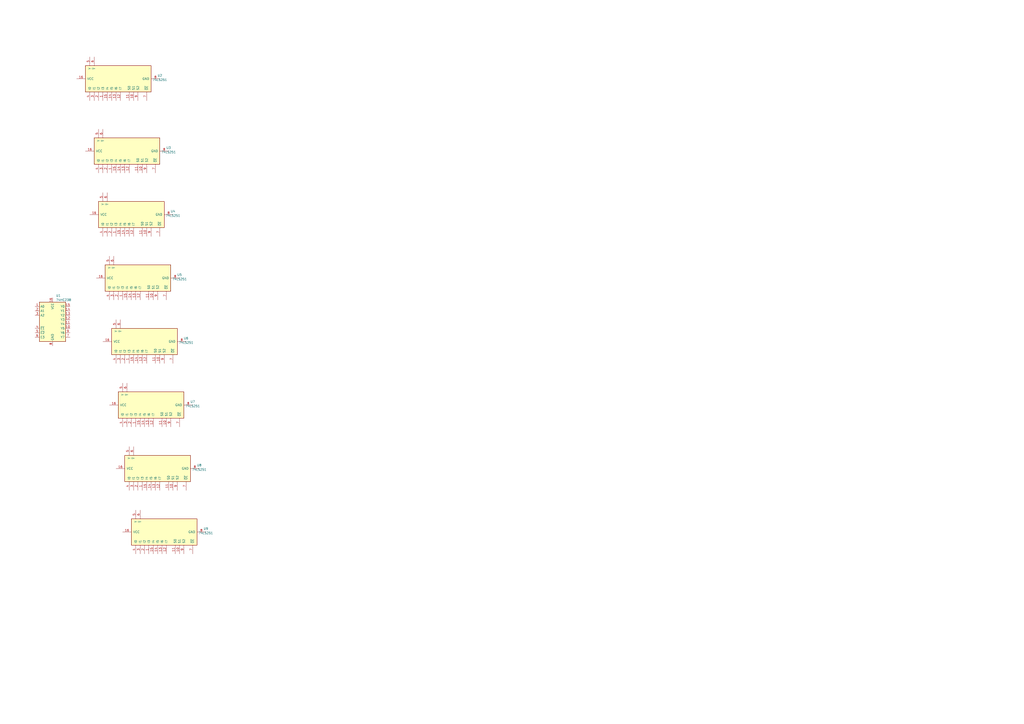
<source format=kicad_sch>
(kicad_sch (version 20230121) (generator eeschema)
  (paper "A2")
  (lib_symbols
    (symbol "74xx:74HC238"
      (property "Reference" "U" (at -7.62 13.97 0))
      (property "Value" "74HC238" (at 2.54 -11.43 0))
      (symbol "74HC238_0_1"
        (rectangle (start -7.62 12.7) (end 7.62 -10.16) (stroke (width 0.254)) (fill (type background)))
      )
      (symbol "74HC238_1_1"
        (pin input line (at -10.16 10.16 0) (length 2.54) (name "A0") (number "1"))
        (pin output line (at 10.16 -2.54 180) (length 2.54) (name "Y5") (number "10"))
        (pin output line (at 10.16 0 180) (length 2.54) (name "Y4") (number "11"))
        (pin output line (at 10.16 2.54 180) (length 2.54) (name "Y3") (number "12"))
        (pin output line (at 10.16 5.08 180) (length 2.54) (name "Y2") (number "13"))
        (pin output line (at 10.16 7.62 180) (length 2.54) (name "Y1") (number "14"))
        (pin output line (at 10.16 10.16 180) (length 2.54) (name "Y0") (number "15"))
        (pin power_in line (at 0 15.24 270) (length 2.54) (name "VCC") (number "16"))
        (pin input line (at -10.16 7.62 0) (length 2.54) (name "A1") (number "2"))
        (pin input line (at -10.16 5.08 0) (length 2.54) (name "A2") (number "3"))
        (pin input line (at -10.16 -2.54 0) (length 2.54) (name "~{E1}") (number "4"))
        (pin input line (at -10.16 -5.08 0) (length 2.54) (name "~{E2}") (number "5"))
        (pin input line (at -10.16 -7.62 0) (length 2.54) (name "E3") (number "6"))
        (pin output line (at 10.16 -7.62 180) (length 2.54) (name "Y7") (number "7"))
        (pin power_in line (at 0 -12.7 90) (length 2.54) (name "GND") (number "8"))
        (pin output line (at 10.16 -5.08 180) (length 2.54) (name "Y6") (number "9"))
      )
    )
    (symbol "74xx:74LS251" (pin_names (offset 1.016))
      (property "Reference" "U" (at -7.62 19.05 0))
      (property "Value" "74LS251" (at -7.62 -21.59 0))
      (symbol "74LS251_1_0"
        (pin input line (at -12.7 7.62 0) (length 5.08) (name "I3") (number "1"))
        (pin input line (at -12.7 -10.16 0) (length 5.08) (name "S1") (number "10"))
        (pin input line (at -12.7 -7.62 0) (length 5.08) (name "S0") (number "11"))
        (pin input line (at -12.7 -2.54 0) (length 5.08) (name "I7") (number "12"))
        (pin input line (at -12.7 0 0) (length 5.08) (name "I6") (number "13"))
        (pin input line (at -12.7 2.54 0) (length 5.08) (name "I5") (number "14"))
        (pin input line (at -12.7 5.08 0) (length 5.08) (name "I4") (number "15"))
        (pin power_in line (at 0 22.86 270) (length 5.08) (name "VCC") (number "16"))
        (pin input line (at -12.7 10.16 0) (length 5.08) (name "I2") (number "2"))
        (pin input line (at -12.7 12.7 0) (length 5.08) (name "I1") (number "3"))
        (pin input line (at -12.7 15.24 0) (length 5.08) (name "I0") (number "4"))
        (pin tri_state line (at 12.7 15.24 180) (length 5.08) (name "Y") (number "5"))
        (pin tri_state line (at 12.7 12.7 180) (length 5.08) (name "~{Y}") (number "6"))
        (pin input line (at -12.7 -17.78 0) (length 5.08) (name "~{OE}") (number "7"))
        (pin power_in line (at 0 -25.4 90) (length 5.08) (name "GND") (number "8"))
        (pin input line (at -12.7 -12.7 0) (length 5.08) (name "S2") (number "9"))
      )
      (symbol "74LS251_1_1"
        (rectangle (start -7.62 17.78) (end 7.62 -20.32) (stroke (width 0.254)) (fill (type background)))
      )
    )
  )
  (symbol (lib_id "74xx:74LS251") (at 82.55 198.12 90) (unit 1)
    (property "Reference" "U6" (at 107.95 196.1897 90))
    (property "Value" "74LS251" (at 107.95 198.7297 90))
    (property "Datasheet" "http://www.ti.com/lit/gpn/sn74LS251" (effects hide))
  )
  (symbol (lib_id "74xx:74LS251") (at 93.98 308.61 90) (unit 1)
    (property "Reference" "U9" (at 119.38 306.6797 90))
    (property "Value" "74LS251" (at 119.38 309.2197 90))
    (property "Datasheet" "http://www.ti.com/lit/gpn/sn74LS251" (effects hide))
  )
  (symbol (lib_id "74xx:74LS251") (at 72.39 87.63 90) (unit 1)
    (property "Reference" "U3" (at 97.79 85.6997 90))
    (property "Value" "74LS251" (at 97.79 88.2397 90))
    (property "Datasheet" "http://www.ti.com/lit/gpn/sn74LS251" (effects hide))
  )
  (symbol (lib_id "74xx:74LS251") (at 90.17 271.78 90) (unit 1)
    (property "Reference" "U8" (at 115.57 269.8497 90))
    (property "Value" "74LS251" (at 115.57 272.3897 90))
    (property "Datasheet" "http://www.ti.com/lit/gpn/sn74LS251" (effects hide))
  )
  (symbol (lib_id "74xx:74LS251") (at 78.74 161.29 90) (unit 1)
    (property "Reference" "U5" (at 104.14 159.3597 90))
    (property "Value" "74LS251" (at 104.14 161.8997 90))
    (property "Datasheet" "http://www.ti.com/lit/gpn/sn74LS251" (effects hide))
  )
  (symbol (lib_id "74xx:74HC238") (at 30.48 187.96 0) (unit 1)
    (property "Reference" "U1" (at 32.4359 171.45 0) (effects (justify left)))
    (property "Value" "74HC238" (at 32.4359 173.99 0) (effects (justify left)))
    (property "Datasheet" "https://www.ti.com/lit/ds/symlink/cd74hc238.pdf" (effects hide))
  )
  (symbol (lib_id "74xx:74LS251") (at 74.93 124.46 90) (unit 1)
    (property "Reference" "U4" (at 100.33 122.5297 90))
    (property "Value" "74LS251" (at 100.33 125.0697 90))
    (property "Datasheet" "http://www.ti.com/lit/gpn/sn74LS251" (effects hide))
  )
  (symbol (lib_id "74xx:74LS251") (at 86.36 234.95 90) (unit 1)
    (property "Reference" "U7" (at 111.76 233.0197 90))
    (property "Value" "74LS251" (at 111.76 235.5597 90))
    (property "Datasheet" "http://www.ti.com/lit/gpn/sn74LS251" (effects hide))
  )
  (symbol (lib_id "74xx:74LS251") (at 67.31 45.72 90) (unit 1)
    (property "Reference" "U2" (at 92.71 43.7897 90))
    (property "Value" "74LS251" (at 92.71 46.3297 90))
    (property "Datasheet" "http://www.ti.com/lit/gpn/sn74LS251" (effects hide))
  )
)
</source>
